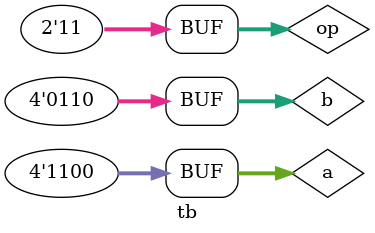
<source format=v>
`timescale 1ns / 1ps


module tb;

wire [7:0] y;
reg [1:0]op;
reg [3:0] a;
reg [3:0] b;

alu tb(y,op,a,b);
initial begin
op=0;
a=4'd11; b= 4'd2;
#15;
op=1;
a=4'd12; b= 4'd3;
#15;
op=2;
a=4'd10; b= 4'd2;
#15;
op=3;
a=4'd12; b= 4'd6;



end
endmodule

</source>
